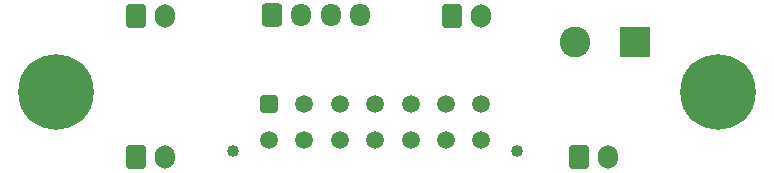
<source format=gbr>
%TF.GenerationSoftware,KiCad,Pcbnew,7.0.10*%
%TF.CreationDate,2025-02-27T15:13:31+08:00*%
%TF.ProjectId,V0-UmbilicalBoard,56302d55-6d62-4696-9c69-63616c426f61,rev?*%
%TF.SameCoordinates,Original*%
%TF.FileFunction,Soldermask,Bot*%
%TF.FilePolarity,Negative*%
%FSLAX46Y46*%
G04 Gerber Fmt 4.6, Leading zero omitted, Abs format (unit mm)*
G04 Created by KiCad (PCBNEW 7.0.10) date 2025-02-27 15:13:31*
%MOMM*%
%LPD*%
G01*
G04 APERTURE LIST*
G04 Aperture macros list*
%AMRoundRect*
0 Rectangle with rounded corners*
0 $1 Rounding radius*
0 $2 $3 $4 $5 $6 $7 $8 $9 X,Y pos of 4 corners*
0 Add a 4 corners polygon primitive as box body*
4,1,4,$2,$3,$4,$5,$6,$7,$8,$9,$2,$3,0*
0 Add four circle primitives for the rounded corners*
1,1,$1+$1,$2,$3*
1,1,$1+$1,$4,$5*
1,1,$1+$1,$6,$7*
1,1,$1+$1,$8,$9*
0 Add four rect primitives between the rounded corners*
20,1,$1+$1,$2,$3,$4,$5,0*
20,1,$1+$1,$4,$5,$6,$7,0*
20,1,$1+$1,$6,$7,$8,$9,0*
20,1,$1+$1,$8,$9,$2,$3,0*%
G04 Aperture macros list end*
%ADD10RoundRect,0.250000X-0.600000X-0.725000X0.600000X-0.725000X0.600000X0.725000X-0.600000X0.725000X0*%
%ADD11O,1.700000X1.950000*%
%ADD12C,6.400000*%
%ADD13RoundRect,0.250000X-0.600000X-0.750000X0.600000X-0.750000X0.600000X0.750000X-0.600000X0.750000X0*%
%ADD14O,1.700000X2.000000*%
%ADD15R,2.600000X2.600000*%
%ADD16C,2.600000*%
%ADD17C,1.020000*%
%ADD18RoundRect,0.250001X-0.499999X-0.499999X0.499999X-0.499999X0.499999X0.499999X-0.499999X0.499999X0*%
%ADD19C,1.500000*%
G04 APERTURE END LIST*
D10*
%TO.C,J2*%
X109250000Y-103475000D03*
D11*
X111750000Y-103475000D03*
X114250000Y-103475000D03*
X116750000Y-103475000D03*
%TD*%
D12*
%TO.C,H1*%
X91000000Y-110000000D03*
%TD*%
D13*
%TO.C,J3*%
X135250000Y-115475000D03*
D14*
X137750000Y-115475000D03*
%TD*%
D15*
%TO.C,J5*%
X140045000Y-105695000D03*
D16*
X134965000Y-105695000D03*
%TD*%
D12*
%TO.C,H2*%
X147000000Y-110000000D03*
%TD*%
D13*
%TO.C,J7*%
X97750000Y-103500000D03*
D14*
X100250000Y-103500000D03*
%TD*%
D13*
%TO.C,J4*%
X97750000Y-115475000D03*
D14*
X100250000Y-115475000D03*
%TD*%
D13*
%TO.C,J6*%
X124500000Y-103500000D03*
D14*
X127000000Y-103500000D03*
%TD*%
D17*
%TO.C,J1*%
X106000000Y-114940000D03*
X130000000Y-114940000D03*
D18*
X109000000Y-111000000D03*
D19*
X112000000Y-111000000D03*
X115000000Y-111000000D03*
X118000000Y-111000000D03*
X121000000Y-111000000D03*
X124000000Y-111000000D03*
X127000000Y-111000000D03*
X109000000Y-114000000D03*
X112000000Y-114000000D03*
X115000000Y-114000000D03*
X118000000Y-114000000D03*
X121000000Y-114000000D03*
X124000000Y-114000000D03*
X127000000Y-114000000D03*
%TD*%
M02*

</source>
